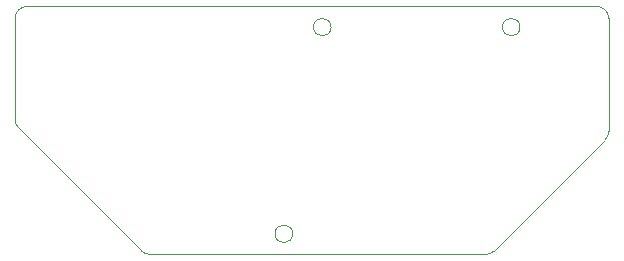
<source format=gbr>
%TF.GenerationSoftware,KiCad,Pcbnew,9.0.1-rc2-202503292320~1d443ca74c~ubuntu24.04.1*%
%TF.CreationDate,2025-04-04T23:21:44+10:00*%
%TF.ProjectId,Stormbreaker,53746f72-6d62-4726-9561-6b65722e6b69,rev?*%
%TF.SameCoordinates,Original*%
%TF.FileFunction,Profile,NP*%
%FSLAX46Y46*%
G04 Gerber Fmt 4.6, Leading zero omitted, Abs format (unit mm)*
G04 Created by KiCad (PCBNEW 9.0.1-rc2-202503292320~1d443ca74c~ubuntu24.04.1) date 2025-04-04 23:21:44*
%MOMM*%
%LPD*%
G01*
G04 APERTURE LIST*
%TA.AperFunction,Profile*%
%ADD10C,0.050000*%
%TD*%
G04 APERTURE END LIST*
D10*
X125414214Y-62000000D02*
X153835786Y-62000000D01*
X125414214Y-62000000D02*
G75*
G02*
X124707121Y-61707093I-14J999900D01*
G01*
X137500000Y-60250000D02*
G75*
G02*
X136000000Y-60250000I-750000J0D01*
G01*
X136000000Y-60250000D02*
G75*
G02*
X137500000Y-60250000I750000J0D01*
G01*
X163250000Y-41000000D02*
G75*
G02*
X164250000Y-42000000I0J-1000000D01*
G01*
X154542893Y-61707107D02*
G75*
G02*
X153835786Y-61999990I-707093J707107D01*
G01*
X154542893Y-61707107D02*
X163957107Y-52292893D01*
X140750000Y-42750000D02*
G75*
G02*
X139250000Y-42750000I-750000J0D01*
G01*
X139250000Y-42750000D02*
G75*
G02*
X140750000Y-42750000I750000J0D01*
G01*
X156750000Y-42750000D02*
G75*
G02*
X155250000Y-42750000I-750000J0D01*
G01*
X155250000Y-42750000D02*
G75*
G02*
X156750000Y-42750000I750000J0D01*
G01*
X163250000Y-41000000D02*
X115000000Y-41000000D01*
X114000000Y-42000000D02*
X114000000Y-50585786D01*
X114000000Y-42000000D02*
G75*
G02*
X115000000Y-41000000I1000000J0D01*
G01*
X114292893Y-51292893D02*
X124707107Y-61707107D01*
X164250000Y-51585786D02*
X164250000Y-42000000D01*
X114292893Y-51292893D02*
G75*
G02*
X114000039Y-50585786I707207J707093D01*
G01*
X164250000Y-51585786D02*
G75*
G02*
X163957114Y-52292900I-1000000J-14D01*
G01*
M02*

</source>
